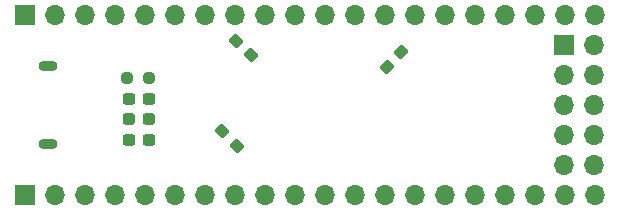
<source format=gbr>
%TF.GenerationSoftware,KiCad,Pcbnew,9.0.0*%
%TF.CreationDate,2025-03-29T18:59:15-04:00*%
%TF.ProjectId,Pro600_CPU_Upgrade,50726f36-3030-45f4-9350-555f55706772,rev?*%
%TF.SameCoordinates,Original*%
%TF.FileFunction,Soldermask,Bot*%
%TF.FilePolarity,Negative*%
%FSLAX46Y46*%
G04 Gerber Fmt 4.6, Leading zero omitted, Abs format (unit mm)*
G04 Created by KiCad (PCBNEW 9.0.0) date 2025-03-29 18:59:15*
%MOMM*%
%LPD*%
G01*
G04 APERTURE LIST*
G04 Aperture macros list*
%AMRoundRect*
0 Rectangle with rounded corners*
0 $1 Rounding radius*
0 $2 $3 $4 $5 $6 $7 $8 $9 X,Y pos of 4 corners*
0 Add a 4 corners polygon primitive as box body*
4,1,4,$2,$3,$4,$5,$6,$7,$8,$9,$2,$3,0*
0 Add four circle primitives for the rounded corners*
1,1,$1+$1,$2,$3*
1,1,$1+$1,$4,$5*
1,1,$1+$1,$6,$7*
1,1,$1+$1,$8,$9*
0 Add four rect primitives between the rounded corners*
20,1,$1+$1,$2,$3,$4,$5,0*
20,1,$1+$1,$4,$5,$6,$7,0*
20,1,$1+$1,$6,$7,$8,$9,0*
20,1,$1+$1,$8,$9,$2,$3,0*%
G04 Aperture macros list end*
%ADD10O,1.600000X0.900000*%
%ADD11R,1.700000X1.700000*%
%ADD12O,1.700000X1.700000*%
%ADD13RoundRect,0.237500X0.380070X-0.044194X-0.044194X0.380070X-0.380070X0.044194X0.044194X-0.380070X0*%
%ADD14RoundRect,0.237500X-0.044194X-0.380070X0.380070X0.044194X0.044194X0.380070X-0.380070X-0.044194X0*%
%ADD15RoundRect,0.237500X0.250000X0.237500X-0.250000X0.237500X-0.250000X-0.237500X0.250000X-0.237500X0*%
%ADD16RoundRect,0.237500X-0.300000X-0.237500X0.300000X-0.237500X0.300000X0.237500X-0.300000X0.237500X0*%
%ADD17RoundRect,0.237500X0.300000X0.237500X-0.300000X0.237500X-0.300000X-0.237500X0.300000X-0.237500X0*%
%ADD18RoundRect,0.237500X-0.287500X-0.237500X0.287500X-0.237500X0.287500X0.237500X-0.287500X0.237500X0*%
G04 APERTURE END LIST*
D10*
%TO.C,J5*%
X54000000Y-31000001D03*
X54000000Y-37599999D03*
%TD*%
D11*
%TO.C,J4*%
X97750000Y-29250000D03*
D12*
X100290000Y-29250000D03*
X97750000Y-31790000D03*
X100290000Y-31790000D03*
X97750000Y-34329999D03*
X100290000Y-34330000D03*
X97750000Y-36870000D03*
X100290000Y-36870000D03*
X97750000Y-39410000D03*
X100290000Y-39410000D03*
%TD*%
%TO.C,J3*%
X100330000Y-26670000D03*
X97790000Y-26670000D03*
X95250000Y-26670000D03*
X92710000Y-26670000D03*
X90170000Y-26670000D03*
X87630000Y-26670000D03*
X85090000Y-26670000D03*
X82550000Y-26670000D03*
X80010000Y-26670000D03*
X77470000Y-26670000D03*
X74930000Y-26670000D03*
X72390000Y-26670000D03*
X69850000Y-26670000D03*
X67310000Y-26670000D03*
X64770000Y-26670000D03*
X62230000Y-26670000D03*
X59690000Y-26670000D03*
X57150000Y-26670000D03*
X54610000Y-26670000D03*
D11*
X52070000Y-26670000D03*
%TD*%
%TO.C,J2*%
X52070000Y-41910000D03*
D12*
X54610000Y-41910000D03*
X57150000Y-41910000D03*
X59690000Y-41910000D03*
X62230000Y-41910000D03*
X64770000Y-41910000D03*
X67310000Y-41910000D03*
X69850000Y-41910000D03*
X72390000Y-41910000D03*
X74930000Y-41910000D03*
X77470000Y-41910000D03*
X80010000Y-41910000D03*
X82550000Y-41910000D03*
X85090000Y-41910000D03*
X87630000Y-41910000D03*
X90170000Y-41910000D03*
X92710000Y-41910000D03*
X95250000Y-41910000D03*
X97790000Y-41910000D03*
X100330000Y-41910000D03*
%TD*%
D13*
%TO.C,C8*%
X70000000Y-37750000D03*
X68780240Y-36530240D03*
%TD*%
D14*
%TO.C,C11*%
X82700000Y-31050000D03*
X83919760Y-29830240D03*
%TD*%
D15*
%TO.C,TH1*%
X62575000Y-32000000D03*
X60750000Y-32000000D03*
%TD*%
D13*
%TO.C,C10*%
X71200000Y-30100000D03*
X69980240Y-28880240D03*
%TD*%
D16*
%TO.C,C7*%
X60887499Y-33750000D03*
X62612501Y-33750000D03*
%TD*%
D17*
%TO.C,C12*%
X62612501Y-37250000D03*
X60887499Y-37250000D03*
%TD*%
D18*
%TO.C,L1*%
X60875001Y-35500000D03*
X62624999Y-35500000D03*
%TD*%
M02*

</source>
